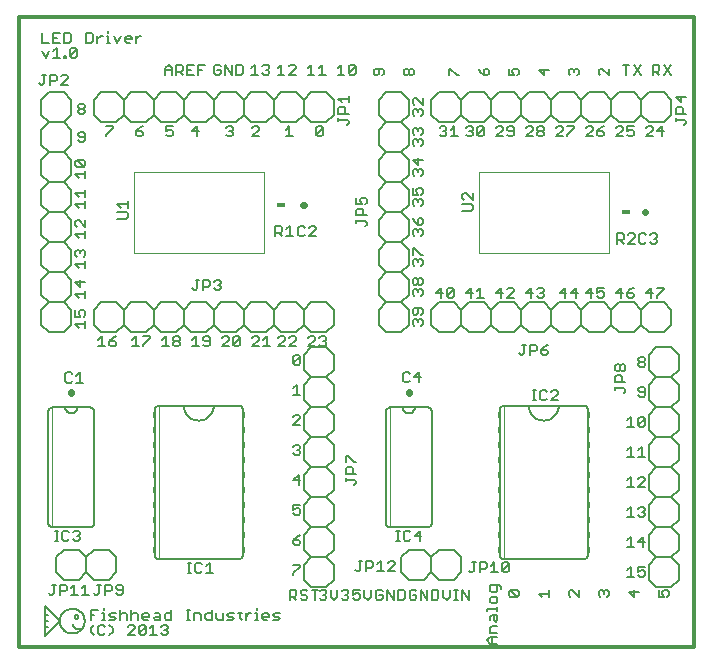
<source format=gto>
G75*
%MOIN*%
%OFA0B0*%
%FSLAX24Y24*%
%IPPOS*%
%LPD*%
%AMOC8*
5,1,8,0,0,1.08239X$1,22.5*
%
%ADD10C,0.0120*%
%ADD11C,0.0060*%
%ADD12C,0.0020*%
%ADD13R,0.0050X0.0200*%
%ADD14C,0.0040*%
%ADD15C,0.0050*%
%ADD16C,0.0080*%
%ADD17C,0.0220*%
%ADD18R,0.0300X0.0180*%
D10*
X006252Y000160D02*
X006252Y021156D01*
X028747Y021156D01*
X028747Y000160D01*
X006252Y000160D01*
D11*
X007309Y001910D02*
X007366Y001910D01*
X007423Y001967D01*
X007423Y002250D01*
X007479Y002250D02*
X007366Y002250D01*
X007621Y002250D02*
X007791Y002250D01*
X007848Y002194D01*
X007848Y002080D01*
X007791Y002023D01*
X007621Y002023D01*
X007621Y001910D02*
X007621Y002250D01*
X007989Y002137D02*
X008102Y002250D01*
X008102Y001910D01*
X007989Y001910D02*
X008216Y001910D01*
X008357Y001910D02*
X008584Y001910D01*
X008471Y001910D02*
X008471Y002250D01*
X008357Y002137D01*
X008752Y001967D02*
X008809Y001910D01*
X008866Y001910D01*
X008923Y001967D01*
X008923Y002250D01*
X008979Y002250D02*
X008866Y002250D01*
X009121Y002250D02*
X009291Y002250D01*
X009348Y002194D01*
X009348Y002080D01*
X009291Y002023D01*
X009121Y002023D01*
X009121Y001910D02*
X009121Y002250D01*
X009489Y002194D02*
X009489Y002137D01*
X009546Y002080D01*
X009716Y002080D01*
X009716Y001967D02*
X009716Y002194D01*
X009659Y002250D01*
X009546Y002250D01*
X009489Y002194D01*
X009489Y001967D02*
X009546Y001910D01*
X009659Y001910D01*
X009716Y001967D01*
X009640Y001405D02*
X009640Y001065D01*
X009498Y001122D02*
X009441Y001178D01*
X009328Y001178D01*
X009271Y001235D01*
X009328Y001292D01*
X009498Y001292D01*
X009640Y001235D02*
X009696Y001292D01*
X009810Y001292D01*
X009866Y001235D01*
X009866Y001065D01*
X010008Y001065D02*
X010008Y001405D01*
X010065Y001292D02*
X010178Y001292D01*
X010235Y001235D01*
X010235Y001065D01*
X010376Y001122D02*
X010433Y001065D01*
X010546Y001065D01*
X010603Y001178D02*
X010376Y001178D01*
X010376Y001122D02*
X010376Y001235D01*
X010433Y001292D01*
X010546Y001292D01*
X010603Y001235D01*
X010603Y001178D01*
X010744Y001122D02*
X010801Y001178D01*
X010971Y001178D01*
X010971Y001235D02*
X010971Y001065D01*
X010801Y001065D01*
X010744Y001122D01*
X010801Y001292D02*
X010915Y001292D01*
X010971Y001235D01*
X011113Y001235D02*
X011170Y001292D01*
X011340Y001292D01*
X011340Y001405D02*
X011340Y001065D01*
X011170Y001065D01*
X011113Y001122D01*
X011113Y001235D01*
X011160Y000905D02*
X011047Y000905D01*
X010990Y000849D01*
X011103Y000735D02*
X011160Y000735D01*
X011217Y000678D01*
X011217Y000622D01*
X011160Y000565D01*
X011047Y000565D01*
X010990Y000622D01*
X010849Y000565D02*
X010622Y000565D01*
X010735Y000565D02*
X010735Y000905D01*
X010622Y000792D01*
X010480Y000849D02*
X010253Y000622D01*
X010310Y000565D01*
X010424Y000565D01*
X010480Y000622D01*
X010480Y000849D01*
X010424Y000905D01*
X010310Y000905D01*
X010253Y000849D01*
X010253Y000622D01*
X010112Y000565D02*
X009885Y000565D01*
X010112Y000792D01*
X010112Y000849D01*
X010055Y000905D01*
X009942Y000905D01*
X009885Y000849D01*
X010008Y001235D02*
X010065Y001292D01*
X009498Y001122D02*
X009441Y001065D01*
X009271Y001065D01*
X009139Y001065D02*
X009026Y001065D01*
X009082Y001065D02*
X009082Y001292D01*
X009026Y001292D01*
X009082Y001405D02*
X009082Y001462D01*
X008884Y001405D02*
X008657Y001405D01*
X008657Y001065D01*
X008657Y001235D02*
X008771Y001235D01*
X008771Y000905D02*
X008657Y000792D01*
X008657Y000678D01*
X008771Y000565D01*
X008903Y000622D02*
X008960Y000565D01*
X009073Y000565D01*
X009130Y000622D01*
X009271Y000565D02*
X009385Y000678D01*
X009385Y000792D01*
X009271Y000905D01*
X009130Y000849D02*
X009073Y000905D01*
X008960Y000905D01*
X008903Y000849D01*
X008903Y000622D01*
X007309Y001910D02*
X007252Y001967D01*
X007457Y003715D02*
X007571Y003715D01*
X007514Y003715D02*
X007514Y004055D01*
X007457Y004055D02*
X007571Y004055D01*
X007703Y003999D02*
X007703Y003772D01*
X007760Y003715D01*
X007873Y003715D01*
X007930Y003772D01*
X008071Y003772D02*
X008128Y003715D01*
X008241Y003715D01*
X008298Y003772D01*
X008298Y003828D01*
X008241Y003885D01*
X008185Y003885D01*
X008241Y003885D02*
X008298Y003942D01*
X008298Y003999D01*
X008241Y004055D01*
X008128Y004055D01*
X008071Y003999D01*
X007930Y003999D02*
X007873Y004055D01*
X007760Y004055D01*
X007703Y003999D01*
X007382Y004160D02*
X008622Y004160D01*
X008645Y004162D01*
X008668Y004167D01*
X008690Y004176D01*
X008710Y004189D01*
X008728Y004204D01*
X008743Y004222D01*
X008756Y004242D01*
X008765Y004264D01*
X008770Y004287D01*
X008772Y004310D01*
X008772Y008010D01*
X008770Y008033D01*
X008765Y008056D01*
X008756Y008078D01*
X008743Y008098D01*
X008728Y008116D01*
X008710Y008131D01*
X008690Y008144D01*
X008668Y008153D01*
X008645Y008158D01*
X008622Y008160D01*
X008202Y008160D01*
X007802Y008160D01*
X007382Y008160D01*
X007359Y008158D01*
X007336Y008153D01*
X007314Y008144D01*
X007294Y008131D01*
X007276Y008116D01*
X007261Y008098D01*
X007248Y008078D01*
X007239Y008056D01*
X007234Y008033D01*
X007232Y008010D01*
X007232Y004310D01*
X007234Y004287D01*
X007239Y004264D01*
X007248Y004242D01*
X007261Y004222D01*
X007276Y004204D01*
X007294Y004189D01*
X007314Y004176D01*
X007336Y004167D01*
X007359Y004162D01*
X007382Y004160D01*
X010782Y003250D02*
X010782Y008070D01*
X010784Y008093D01*
X010789Y008116D01*
X010798Y008138D01*
X010811Y008158D01*
X010826Y008176D01*
X010844Y008191D01*
X010864Y008204D01*
X010886Y008213D01*
X010909Y008218D01*
X010932Y008220D01*
X013572Y008220D01*
X013595Y008218D01*
X013618Y008213D01*
X013640Y008204D01*
X013660Y008191D01*
X013678Y008176D01*
X013693Y008158D01*
X013706Y008138D01*
X013715Y008116D01*
X013720Y008093D01*
X013722Y008070D01*
X013722Y003250D01*
X013720Y003227D01*
X013715Y003204D01*
X013706Y003182D01*
X013693Y003162D01*
X013678Y003144D01*
X013660Y003129D01*
X013640Y003116D01*
X013618Y003107D01*
X013595Y003102D01*
X013572Y003100D01*
X010932Y003100D01*
X010909Y003102D01*
X010886Y003107D01*
X010864Y003116D01*
X010844Y003129D01*
X010826Y003144D01*
X010811Y003162D01*
X010798Y003182D01*
X010789Y003204D01*
X010784Y003227D01*
X010782Y003250D01*
X011882Y002980D02*
X011996Y002980D01*
X011939Y002980D02*
X011939Y002640D01*
X011882Y002640D02*
X011996Y002640D01*
X012128Y002697D02*
X012185Y002640D01*
X012298Y002640D01*
X012355Y002697D01*
X012496Y002640D02*
X012723Y002640D01*
X012610Y002640D02*
X012610Y002980D01*
X012496Y002867D01*
X012355Y002924D02*
X012298Y002980D01*
X012185Y002980D01*
X012128Y002924D01*
X012128Y002697D01*
X011963Y001405D02*
X011849Y001405D01*
X011906Y001405D02*
X011906Y001065D01*
X011849Y001065D02*
X011963Y001065D01*
X012095Y001065D02*
X012095Y001292D01*
X012265Y001292D01*
X012322Y001235D01*
X012322Y001065D01*
X012463Y001122D02*
X012520Y001065D01*
X012690Y001065D01*
X012690Y001405D01*
X012690Y001292D02*
X012520Y001292D01*
X012463Y001235D01*
X012463Y001122D01*
X012832Y001122D02*
X012888Y001065D01*
X013058Y001065D01*
X013058Y001292D01*
X013200Y001235D02*
X013257Y001292D01*
X013427Y001292D01*
X013370Y001178D02*
X013257Y001178D01*
X013200Y001235D01*
X013200Y001065D02*
X013370Y001065D01*
X013427Y001122D01*
X013370Y001178D01*
X013568Y001292D02*
X013682Y001292D01*
X013625Y001349D02*
X013625Y001122D01*
X013682Y001065D01*
X013814Y001065D02*
X013814Y001292D01*
X013927Y001292D02*
X013984Y001292D01*
X013927Y001292D02*
X013814Y001178D01*
X014121Y001065D02*
X014234Y001065D01*
X014177Y001065D02*
X014177Y001292D01*
X014121Y001292D01*
X014177Y001405D02*
X014177Y001462D01*
X014366Y001235D02*
X014423Y001292D01*
X014536Y001292D01*
X014593Y001235D01*
X014593Y001178D01*
X014366Y001178D01*
X014366Y001122D02*
X014366Y001235D01*
X014366Y001122D02*
X014423Y001065D01*
X014536Y001065D01*
X014735Y001065D02*
X014905Y001065D01*
X014961Y001122D01*
X014905Y001178D01*
X014791Y001178D01*
X014735Y001235D01*
X014791Y001292D01*
X014961Y001292D01*
X015277Y001740D02*
X015277Y002080D01*
X015448Y002080D01*
X015504Y002024D01*
X015504Y001910D01*
X015448Y001853D01*
X015277Y001853D01*
X015391Y001853D02*
X015504Y001740D01*
X015646Y001797D02*
X015702Y001740D01*
X015816Y001740D01*
X015873Y001797D01*
X015873Y001853D01*
X015816Y001910D01*
X015702Y001910D01*
X015646Y001967D01*
X015646Y002024D01*
X015702Y002080D01*
X015816Y002080D01*
X015873Y002024D01*
X016014Y002080D02*
X016241Y002080D01*
X016277Y002024D02*
X016334Y002080D01*
X016448Y002080D01*
X016504Y002024D01*
X016504Y001967D01*
X016448Y001910D01*
X016504Y001853D01*
X016504Y001797D01*
X016448Y001740D01*
X016334Y001740D01*
X016277Y001797D01*
X016127Y001740D02*
X016127Y002080D01*
X016002Y002160D02*
X015752Y002410D01*
X015752Y002910D01*
X016002Y003160D01*
X015752Y003410D01*
X015752Y003910D01*
X016002Y004160D01*
X015752Y004410D01*
X015752Y004910D01*
X016002Y005160D01*
X015752Y005410D01*
X015752Y005910D01*
X016002Y006160D01*
X015752Y006410D01*
X015752Y006910D01*
X016002Y007160D01*
X015752Y007410D01*
X015752Y007910D01*
X016002Y008160D01*
X015752Y008410D01*
X015752Y008910D01*
X016002Y009160D01*
X015752Y009410D01*
X015752Y009910D01*
X016002Y010160D01*
X016502Y010160D01*
X016752Y009910D01*
X016752Y009410D01*
X016502Y009160D01*
X016752Y008910D01*
X016752Y008410D01*
X016502Y008160D01*
X016002Y008160D01*
X015634Y007849D02*
X015578Y007905D01*
X015464Y007905D01*
X015407Y007849D01*
X015634Y007849D02*
X015634Y007792D01*
X015407Y007565D01*
X015634Y007565D01*
X016002Y007160D02*
X016502Y007160D01*
X016752Y006910D01*
X016752Y006410D01*
X016502Y006160D01*
X016752Y005910D01*
X016752Y005410D01*
X016502Y005160D01*
X016002Y005160D01*
X015634Y004905D02*
X015407Y004905D01*
X015407Y004735D01*
X015521Y004792D01*
X015578Y004792D01*
X015634Y004735D01*
X015634Y004622D01*
X015578Y004565D01*
X015464Y004565D01*
X015407Y004622D01*
X016002Y004160D02*
X016502Y004160D01*
X016752Y003910D01*
X016752Y003410D01*
X016502Y003160D01*
X016752Y002910D01*
X016752Y002410D01*
X016502Y002160D01*
X016002Y002160D01*
X016391Y001910D02*
X016448Y001910D01*
X016646Y001853D02*
X016759Y001740D01*
X016873Y001853D01*
X016873Y002080D01*
X017014Y002024D02*
X017071Y002080D01*
X017184Y002080D01*
X017241Y002024D01*
X017241Y001967D01*
X017184Y001910D01*
X017241Y001853D01*
X017241Y001797D01*
X017184Y001740D01*
X017071Y001740D01*
X017014Y001797D01*
X017127Y001910D02*
X017184Y001910D01*
X017396Y001910D02*
X017509Y001967D01*
X017566Y001967D01*
X017623Y001910D01*
X017623Y001797D01*
X017566Y001740D01*
X017452Y001740D01*
X017396Y001797D01*
X017396Y001910D02*
X017396Y002080D01*
X017623Y002080D01*
X017764Y002080D02*
X017764Y001853D01*
X017877Y001740D01*
X017991Y001853D01*
X017991Y002080D01*
X018152Y002024D02*
X018152Y001797D01*
X018209Y001740D01*
X018323Y001740D01*
X018379Y001797D01*
X018379Y001910D01*
X018266Y001910D01*
X018379Y002024D02*
X018323Y002080D01*
X018209Y002080D01*
X018152Y002024D01*
X018521Y002080D02*
X018521Y001740D01*
X018748Y001740D02*
X018521Y002080D01*
X018748Y002080D02*
X018748Y001740D01*
X018889Y001740D02*
X018889Y002080D01*
X019059Y002080D01*
X019116Y002024D01*
X019116Y001797D01*
X019059Y001740D01*
X018889Y001740D01*
X019277Y001797D02*
X019277Y002024D01*
X019334Y002080D01*
X019448Y002080D01*
X019504Y002024D01*
X019504Y001910D02*
X019391Y001910D01*
X019504Y001910D02*
X019504Y001797D01*
X019448Y001740D01*
X019334Y001740D01*
X019277Y001797D01*
X019646Y001740D02*
X019646Y002080D01*
X019873Y001740D01*
X019873Y002080D01*
X020014Y002080D02*
X020184Y002080D01*
X020241Y002024D01*
X020241Y001797D01*
X020184Y001740D01*
X020014Y001740D01*
X020014Y002080D01*
X020405Y002080D02*
X020405Y001853D01*
X020519Y001740D01*
X020632Y001853D01*
X020632Y002080D01*
X020774Y002080D02*
X020887Y002080D01*
X020830Y002080D02*
X020830Y001740D01*
X020774Y001740D02*
X020887Y001740D01*
X021019Y001740D02*
X021019Y002080D01*
X021246Y001740D01*
X021246Y002080D01*
X021976Y002053D02*
X022032Y001997D01*
X022146Y001997D01*
X022202Y002053D01*
X022202Y002224D01*
X022259Y002224D02*
X021976Y002224D01*
X021976Y002053D01*
X022032Y001855D02*
X021976Y001799D01*
X021976Y001685D01*
X022032Y001628D01*
X022146Y001628D01*
X022202Y001685D01*
X022202Y001799D01*
X022146Y001855D01*
X022032Y001855D01*
X022316Y002110D02*
X022316Y002167D01*
X022259Y002224D01*
X022582Y002005D02*
X022639Y002062D01*
X022866Y001835D01*
X022922Y001892D01*
X022922Y002005D01*
X022866Y002062D01*
X022639Y002062D01*
X022582Y002005D02*
X022582Y001892D01*
X022639Y001835D01*
X022866Y001835D01*
X023582Y001948D02*
X023922Y001948D01*
X023922Y001835D02*
X023922Y002062D01*
X023696Y001835D02*
X023582Y001948D01*
X024582Y001892D02*
X024639Y001835D01*
X024582Y001892D02*
X024582Y002005D01*
X024639Y002062D01*
X024696Y002062D01*
X024922Y001835D01*
X024922Y002062D01*
X025582Y002005D02*
X025582Y001892D01*
X025639Y001835D01*
X025752Y001948D02*
X025752Y002005D01*
X025809Y002062D01*
X025866Y002062D01*
X025922Y002005D01*
X025922Y001892D01*
X025866Y001835D01*
X025752Y002005D02*
X025696Y002062D01*
X025639Y002062D01*
X025582Y002005D01*
X026582Y002005D02*
X026752Y001835D01*
X026752Y002062D01*
X026922Y002005D02*
X026582Y002005D01*
X026532Y002503D02*
X026759Y002503D01*
X026646Y002503D02*
X026646Y002843D01*
X026532Y002729D01*
X026901Y002673D02*
X026901Y002843D01*
X027128Y002843D01*
X027071Y002729D02*
X027128Y002673D01*
X027128Y002559D01*
X027071Y002503D01*
X026957Y002503D01*
X026901Y002559D01*
X026901Y002673D02*
X027014Y002729D01*
X027071Y002729D01*
X027252Y002910D02*
X027252Y002410D01*
X027502Y002160D01*
X028002Y002160D01*
X028252Y002410D01*
X028252Y002910D01*
X028002Y003160D01*
X027502Y003160D01*
X027252Y002910D01*
X027502Y003160D02*
X027252Y003410D01*
X027252Y003910D01*
X027502Y004160D01*
X027252Y004410D01*
X027252Y004910D01*
X027502Y005160D01*
X027252Y005410D01*
X027252Y005910D01*
X027502Y006160D01*
X027252Y006410D01*
X027252Y006910D01*
X027502Y007160D01*
X027252Y007410D01*
X027252Y007910D01*
X027502Y008160D01*
X027252Y008410D01*
X027252Y008910D01*
X027502Y009160D01*
X027252Y009410D01*
X027252Y009910D01*
X027502Y010160D01*
X028002Y010160D01*
X028252Y009910D01*
X028252Y009410D01*
X028002Y009160D01*
X028252Y008910D01*
X028252Y008410D01*
X028002Y008160D01*
X027502Y008160D01*
X027128Y007786D02*
X027071Y007843D01*
X026957Y007843D01*
X026901Y007786D01*
X026901Y007559D01*
X027128Y007786D01*
X027128Y007559D01*
X027071Y007503D01*
X026957Y007503D01*
X026901Y007559D01*
X026759Y007503D02*
X026532Y007503D01*
X026646Y007503D02*
X026646Y007843D01*
X026532Y007729D01*
X027502Y007160D02*
X028002Y007160D01*
X028252Y006910D01*
X028252Y006410D01*
X028002Y006160D01*
X028252Y005910D01*
X028252Y005410D01*
X028002Y005160D01*
X027502Y005160D01*
X027128Y004786D02*
X027128Y004729D01*
X027071Y004673D01*
X027128Y004616D01*
X027128Y004559D01*
X027071Y004503D01*
X026957Y004503D01*
X026901Y004559D01*
X026759Y004503D02*
X026532Y004503D01*
X026646Y004503D02*
X026646Y004843D01*
X026532Y004729D01*
X026901Y004786D02*
X026957Y004843D01*
X027071Y004843D01*
X027128Y004786D01*
X027071Y004673D02*
X027014Y004673D01*
X027502Y004160D02*
X028002Y004160D01*
X028252Y003910D01*
X028252Y003410D01*
X028002Y003160D01*
X027071Y003503D02*
X027071Y003843D01*
X026901Y003673D01*
X027128Y003673D01*
X026759Y003503D02*
X026532Y003503D01*
X026646Y003503D02*
X026646Y003843D01*
X026532Y003729D01*
X025222Y003250D02*
X025222Y008070D01*
X025220Y008093D01*
X025215Y008116D01*
X025206Y008138D01*
X025193Y008158D01*
X025178Y008176D01*
X025160Y008191D01*
X025140Y008204D01*
X025118Y008213D01*
X025095Y008218D01*
X025072Y008220D01*
X022432Y008220D01*
X022409Y008218D01*
X022386Y008213D01*
X022364Y008204D01*
X022344Y008191D01*
X022326Y008176D01*
X022311Y008158D01*
X022298Y008138D01*
X022289Y008116D01*
X022284Y008093D01*
X022282Y008070D01*
X022282Y003250D01*
X022284Y003227D01*
X022289Y003204D01*
X022298Y003182D01*
X022311Y003162D01*
X022326Y003144D01*
X022344Y003129D01*
X022364Y003116D01*
X022386Y003107D01*
X022409Y003102D01*
X022432Y003100D01*
X025072Y003100D01*
X025095Y003102D01*
X025118Y003107D01*
X025140Y003116D01*
X025160Y003129D01*
X025178Y003144D01*
X025193Y003162D01*
X025206Y003182D01*
X025215Y003204D01*
X025220Y003227D01*
X025222Y003250D01*
X027582Y002062D02*
X027582Y001835D01*
X027752Y001835D01*
X027696Y001948D01*
X027696Y002005D01*
X027752Y002062D01*
X027866Y002062D01*
X027922Y002005D01*
X027922Y001892D01*
X027866Y001835D01*
X028002Y004160D02*
X028252Y004410D01*
X028252Y004910D01*
X028002Y005160D01*
X027128Y005503D02*
X026901Y005503D01*
X027128Y005729D01*
X027128Y005786D01*
X027071Y005843D01*
X026957Y005843D01*
X026901Y005786D01*
X026646Y005843D02*
X026646Y005503D01*
X026759Y005503D02*
X026532Y005503D01*
X026532Y005729D02*
X026646Y005843D01*
X027502Y006160D02*
X028002Y006160D01*
X027128Y006503D02*
X026901Y006503D01*
X027014Y006503D02*
X027014Y006843D01*
X026901Y006729D01*
X026759Y006503D02*
X026532Y006503D01*
X026646Y006503D02*
X026646Y006843D01*
X026532Y006729D01*
X028002Y007160D02*
X028252Y007410D01*
X028252Y007910D01*
X028002Y008160D01*
X027134Y008559D02*
X027134Y008786D01*
X027078Y008843D01*
X026964Y008843D01*
X026907Y008786D01*
X026907Y008729D01*
X026964Y008673D01*
X027134Y008673D01*
X027134Y008559D02*
X027078Y008503D01*
X026964Y008503D01*
X026907Y008559D01*
X026472Y008684D02*
X026472Y008741D01*
X026416Y008798D01*
X026132Y008798D01*
X026132Y008854D02*
X026132Y008741D01*
X026132Y008996D02*
X026132Y009166D01*
X026189Y009223D01*
X026302Y009223D01*
X026359Y009166D01*
X026359Y008996D01*
X026472Y008996D02*
X026132Y008996D01*
X026472Y008684D02*
X026416Y008628D01*
X027502Y009160D02*
X028002Y009160D01*
X027134Y009559D02*
X027078Y009503D01*
X026964Y009503D01*
X026907Y009559D01*
X026907Y009616D01*
X026964Y009673D01*
X027078Y009673D01*
X027134Y009616D01*
X027134Y009559D01*
X027078Y009673D02*
X027134Y009729D01*
X027134Y009786D01*
X027078Y009843D01*
X026964Y009843D01*
X026907Y009786D01*
X026907Y009729D01*
X026964Y009673D01*
X026472Y009534D02*
X026472Y009421D01*
X026416Y009364D01*
X026359Y009364D01*
X026302Y009421D01*
X026302Y009534D01*
X026359Y009591D01*
X026416Y009591D01*
X026472Y009534D01*
X026302Y009534D02*
X026246Y009591D01*
X026189Y009591D01*
X026132Y009534D01*
X026132Y009421D01*
X026189Y009364D01*
X026246Y009364D01*
X026302Y009421D01*
X026252Y010660D02*
X026752Y010660D01*
X027002Y010910D01*
X027252Y010660D01*
X027752Y010660D01*
X028002Y010910D01*
X028002Y011410D01*
X027752Y011660D01*
X027252Y011660D01*
X027002Y011410D01*
X027002Y010910D01*
X027002Y011410D02*
X026752Y011660D01*
X026252Y011660D01*
X026002Y011410D01*
X026002Y010910D01*
X026252Y010660D01*
X026002Y010910D02*
X025752Y010660D01*
X025252Y010660D01*
X025002Y010910D01*
X024752Y010660D01*
X024252Y010660D01*
X024002Y010910D01*
X023752Y010660D01*
X023252Y010660D01*
X023002Y010910D01*
X022752Y010660D01*
X022252Y010660D01*
X022002Y010910D01*
X021752Y010660D01*
X021252Y010660D01*
X021002Y010910D01*
X020752Y010660D01*
X020252Y010660D01*
X020002Y010910D01*
X020002Y011410D01*
X020252Y011660D01*
X020752Y011660D01*
X021002Y011410D01*
X021252Y011660D01*
X021752Y011660D01*
X022002Y011410D01*
X022002Y010910D01*
X022002Y011410D02*
X022252Y011660D01*
X022752Y011660D01*
X023002Y011410D01*
X023252Y011660D01*
X023752Y011660D01*
X024002Y011410D01*
X024252Y011660D01*
X024752Y011660D01*
X025002Y011410D01*
X025002Y010910D01*
X025002Y011410D02*
X025252Y011660D01*
X025752Y011660D01*
X026002Y011410D01*
X025696Y011815D02*
X025582Y011815D01*
X025526Y011872D01*
X025526Y011985D02*
X025639Y012042D01*
X025696Y012042D01*
X025753Y011985D01*
X025753Y011872D01*
X025696Y011815D01*
X025526Y011985D02*
X025526Y012155D01*
X025753Y012155D01*
X026157Y011985D02*
X026384Y011985D01*
X026526Y011985D02*
X026696Y011985D01*
X026753Y011928D01*
X026753Y011872D01*
X026696Y011815D01*
X026582Y011815D01*
X026526Y011872D01*
X026526Y011985D01*
X026639Y012099D01*
X026753Y012155D01*
X026328Y012155D02*
X026157Y011985D01*
X026328Y011815D02*
X026328Y012155D01*
X027157Y011985D02*
X027384Y011985D01*
X027328Y011815D02*
X027328Y012155D01*
X027157Y011985D01*
X027526Y011872D02*
X027526Y011815D01*
X027526Y011872D02*
X027753Y012099D01*
X027753Y012155D01*
X027526Y012155D01*
X025384Y011985D02*
X025157Y011985D01*
X025328Y012155D01*
X025328Y011815D01*
X024878Y011985D02*
X024651Y011985D01*
X024821Y012155D01*
X024821Y011815D01*
X024509Y011985D02*
X024282Y011985D01*
X024453Y012155D01*
X024453Y011815D01*
X024002Y011410D02*
X024002Y010910D01*
X023891Y010255D02*
X023777Y010199D01*
X023664Y010085D01*
X023834Y010085D01*
X023891Y010028D01*
X023891Y009972D01*
X023834Y009915D01*
X023721Y009915D01*
X023664Y009972D01*
X023664Y010085D01*
X023523Y010085D02*
X023523Y010199D01*
X023466Y010255D01*
X023296Y010255D01*
X023296Y009915D01*
X023296Y010028D02*
X023466Y010028D01*
X023523Y010085D01*
X023154Y010255D02*
X023041Y010255D01*
X023098Y010255D02*
X023098Y009972D01*
X023041Y009915D01*
X022984Y009915D01*
X022927Y009972D01*
X023002Y010910D02*
X023002Y011410D01*
X022753Y011815D02*
X022526Y011815D01*
X022753Y012042D01*
X022753Y012099D01*
X022696Y012155D01*
X022582Y012155D01*
X022526Y012099D01*
X022384Y011985D02*
X022157Y011985D01*
X022328Y012155D01*
X022328Y011815D01*
X021753Y011815D02*
X021526Y011815D01*
X021639Y011815D02*
X021639Y012155D01*
X021526Y012042D01*
X021384Y011985D02*
X021157Y011985D01*
X021328Y012155D01*
X021328Y011815D01*
X021002Y011410D02*
X021002Y010910D01*
X020696Y011815D02*
X020582Y011815D01*
X020526Y011872D01*
X020753Y012099D01*
X020753Y011872D01*
X020696Y011815D01*
X020526Y011872D02*
X020526Y012099D01*
X020582Y012155D01*
X020696Y012155D01*
X020753Y012099D01*
X020384Y011985D02*
X020157Y011985D01*
X020328Y012155D01*
X020328Y011815D01*
X019722Y011934D02*
X019666Y011878D01*
X019722Y011934D02*
X019722Y012048D01*
X019666Y012104D01*
X019609Y012104D01*
X019552Y012048D01*
X019552Y011991D01*
X019552Y012048D02*
X019496Y012104D01*
X019439Y012104D01*
X019382Y012048D01*
X019382Y011934D01*
X019439Y011878D01*
X019252Y011910D02*
X019002Y011660D01*
X019252Y011410D01*
X019252Y010910D01*
X019002Y010660D01*
X018502Y010660D01*
X018252Y010910D01*
X018252Y011410D01*
X018502Y011660D01*
X018252Y011910D01*
X018252Y012410D01*
X018502Y012660D01*
X018252Y012910D01*
X018252Y013410D01*
X018502Y013660D01*
X018252Y013910D01*
X018252Y014410D01*
X018502Y014660D01*
X018252Y014910D01*
X018252Y015410D01*
X018502Y015660D01*
X018252Y015910D01*
X018252Y016410D01*
X018502Y016660D01*
X018252Y016910D01*
X018252Y017410D01*
X018502Y017660D01*
X018252Y017910D01*
X018252Y018410D01*
X018502Y018660D01*
X019002Y018660D01*
X019252Y018410D01*
X019252Y017910D01*
X019002Y017660D01*
X019252Y017410D01*
X019252Y016910D01*
X019002Y016660D01*
X018502Y016660D01*
X019002Y016660D02*
X019252Y016410D01*
X019252Y015910D01*
X019002Y015660D01*
X019252Y015410D01*
X019252Y014910D01*
X019002Y014660D01*
X019252Y014410D01*
X019252Y013910D01*
X019002Y013660D01*
X018502Y013660D01*
X019002Y013660D02*
X019252Y013410D01*
X019252Y012910D01*
X019002Y012660D01*
X019252Y012410D01*
X019252Y011910D01*
X019002Y011660D02*
X018502Y011660D01*
X019382Y011416D02*
X019382Y011303D01*
X019439Y011246D01*
X019496Y011246D01*
X019552Y011303D01*
X019552Y011473D01*
X019439Y011473D02*
X019382Y011416D01*
X019439Y011473D02*
X019666Y011473D01*
X019722Y011416D01*
X019722Y011303D01*
X019666Y011246D01*
X019666Y011104D02*
X019722Y011048D01*
X019722Y010934D01*
X019666Y010878D01*
X019552Y010991D02*
X019552Y011048D01*
X019609Y011104D01*
X019666Y011104D01*
X019552Y011048D02*
X019496Y011104D01*
X019439Y011104D01*
X019382Y011048D01*
X019382Y010934D01*
X019439Y010878D01*
X019439Y012246D02*
X019382Y012303D01*
X019382Y012416D01*
X019439Y012473D01*
X019496Y012473D01*
X019552Y012416D01*
X019552Y012303D01*
X019496Y012246D01*
X019439Y012246D01*
X019552Y012303D02*
X019609Y012246D01*
X019666Y012246D01*
X019722Y012303D01*
X019722Y012416D01*
X019666Y012473D01*
X019609Y012473D01*
X019552Y012416D01*
X019439Y012878D02*
X019382Y012934D01*
X019382Y013048D01*
X019439Y013104D01*
X019496Y013104D01*
X019552Y013048D01*
X019609Y013104D01*
X019666Y013104D01*
X019722Y013048D01*
X019722Y012934D01*
X019666Y012878D01*
X019552Y012991D02*
X019552Y013048D01*
X019666Y013246D02*
X019722Y013246D01*
X019666Y013246D02*
X019439Y013473D01*
X019382Y013473D01*
X019382Y013246D01*
X019439Y013878D02*
X019382Y013934D01*
X019382Y014048D01*
X019439Y014104D01*
X019496Y014104D01*
X019552Y014048D01*
X019609Y014104D01*
X019666Y014104D01*
X019722Y014048D01*
X019722Y013934D01*
X019666Y013878D01*
X019552Y013991D02*
X019552Y014048D01*
X019552Y014246D02*
X019552Y014416D01*
X019609Y014473D01*
X019666Y014473D01*
X019722Y014416D01*
X019722Y014303D01*
X019666Y014246D01*
X019552Y014246D01*
X019439Y014359D01*
X019382Y014473D01*
X019002Y014660D02*
X018502Y014660D01*
X017847Y014558D02*
X017507Y014558D01*
X017507Y014728D01*
X017564Y014785D01*
X017677Y014785D01*
X017734Y014728D01*
X017734Y014558D01*
X017791Y014360D02*
X017507Y014360D01*
X017507Y014303D02*
X017507Y014417D01*
X017791Y014360D02*
X017847Y014303D01*
X017847Y014247D01*
X017791Y014190D01*
X017791Y014927D02*
X017847Y014983D01*
X017847Y015097D01*
X017791Y015153D01*
X017677Y015153D01*
X017621Y015097D01*
X017621Y015040D01*
X017677Y014927D01*
X017507Y014927D01*
X017507Y015153D01*
X018502Y015660D02*
X019002Y015660D01*
X019382Y015473D02*
X019382Y015246D01*
X019552Y015246D01*
X019496Y015359D01*
X019496Y015416D01*
X019552Y015473D01*
X019666Y015473D01*
X019722Y015416D01*
X019722Y015303D01*
X019666Y015246D01*
X019666Y015104D02*
X019722Y015048D01*
X019722Y014934D01*
X019666Y014878D01*
X019552Y014991D02*
X019552Y015048D01*
X019609Y015104D01*
X019666Y015104D01*
X019552Y015048D02*
X019496Y015104D01*
X019439Y015104D01*
X019382Y015048D01*
X019382Y014934D01*
X019439Y014878D01*
X019439Y015878D02*
X019382Y015934D01*
X019382Y016048D01*
X019439Y016104D01*
X019496Y016104D01*
X019552Y016048D01*
X019609Y016104D01*
X019666Y016104D01*
X019722Y016048D01*
X019722Y015934D01*
X019666Y015878D01*
X019552Y015991D02*
X019552Y016048D01*
X019552Y016246D02*
X019382Y016416D01*
X019722Y016416D01*
X019552Y016473D02*
X019552Y016246D01*
X019439Y016878D02*
X019382Y016934D01*
X019382Y017048D01*
X019439Y017104D01*
X019496Y017104D01*
X019552Y017048D01*
X019609Y017104D01*
X019666Y017104D01*
X019722Y017048D01*
X019722Y016934D01*
X019666Y016878D01*
X019552Y016991D02*
X019552Y017048D01*
X019439Y017246D02*
X019382Y017303D01*
X019382Y017416D01*
X019439Y017473D01*
X019496Y017473D01*
X019552Y017416D01*
X019609Y017473D01*
X019666Y017473D01*
X019722Y017416D01*
X019722Y017303D01*
X019666Y017246D01*
X019552Y017359D02*
X019552Y017416D01*
X019439Y017878D02*
X019382Y017934D01*
X019382Y018048D01*
X019439Y018104D01*
X019496Y018104D01*
X019552Y018048D01*
X019609Y018104D01*
X019666Y018104D01*
X019722Y018048D01*
X019722Y017934D01*
X019666Y017878D01*
X019552Y017991D02*
X019552Y018048D01*
X019439Y018246D02*
X019382Y018303D01*
X019382Y018416D01*
X019439Y018473D01*
X019496Y018473D01*
X019722Y018246D01*
X019722Y018473D01*
X020002Y018410D02*
X020252Y018660D01*
X020752Y018660D01*
X021002Y018410D01*
X021252Y018660D01*
X021752Y018660D01*
X022002Y018410D01*
X022252Y018660D01*
X022752Y018660D01*
X023002Y018410D01*
X023252Y018660D01*
X023752Y018660D01*
X024002Y018410D01*
X024252Y018660D01*
X024752Y018660D01*
X025002Y018410D01*
X025252Y018660D01*
X025752Y018660D01*
X026002Y018410D01*
X026252Y018660D01*
X026752Y018660D01*
X027002Y018410D01*
X027252Y018660D01*
X027752Y018660D01*
X028002Y018410D01*
X028002Y017910D01*
X027752Y017660D01*
X027252Y017660D01*
X027002Y017910D01*
X026752Y017660D01*
X026252Y017660D01*
X026002Y017910D01*
X026002Y018410D01*
X026002Y017910D02*
X025752Y017660D01*
X025252Y017660D01*
X025002Y017910D01*
X024752Y017660D01*
X024252Y017660D01*
X024002Y017910D01*
X023752Y017660D01*
X023252Y017660D01*
X023002Y017910D01*
X023002Y018410D01*
X023002Y017910D02*
X022752Y017660D01*
X022252Y017660D01*
X022002Y017910D01*
X021752Y017660D01*
X021252Y017660D01*
X021002Y017910D01*
X020752Y017660D01*
X020252Y017660D01*
X020002Y017910D01*
X020002Y018410D01*
X019002Y017660D02*
X018502Y017660D01*
X017247Y017642D02*
X017247Y017698D01*
X017191Y017755D01*
X016907Y017755D01*
X016907Y017698D02*
X016907Y017812D01*
X016907Y017953D02*
X016907Y018124D01*
X016964Y018180D01*
X017077Y018180D01*
X017134Y018124D01*
X017134Y017953D01*
X017247Y017953D02*
X016907Y017953D01*
X016752Y017910D02*
X016502Y017660D01*
X016002Y017660D01*
X015752Y017910D01*
X015502Y017660D01*
X015002Y017660D01*
X014752Y017910D01*
X014752Y018410D01*
X015002Y018660D01*
X015502Y018660D01*
X015752Y018410D01*
X016002Y018660D01*
X016502Y018660D01*
X016752Y018410D01*
X016752Y017910D01*
X017191Y017585D02*
X017247Y017642D01*
X017247Y018322D02*
X017247Y018549D01*
X017247Y018435D02*
X016907Y018435D01*
X017021Y018322D01*
X016996Y019240D02*
X016996Y019580D01*
X016882Y019467D01*
X016882Y019240D02*
X017109Y019240D01*
X017251Y019297D02*
X017307Y019240D01*
X017421Y019240D01*
X017478Y019297D01*
X017478Y019524D01*
X017251Y019297D01*
X017251Y019524D01*
X017307Y019580D01*
X017421Y019580D01*
X017478Y019524D01*
X018082Y019392D02*
X018082Y019278D01*
X018139Y019222D01*
X018196Y019222D01*
X018252Y019278D01*
X018252Y019449D01*
X018139Y019449D02*
X018366Y019449D01*
X018422Y019392D01*
X018422Y019278D01*
X018366Y019222D01*
X018139Y019449D02*
X018082Y019392D01*
X019082Y019392D02*
X019139Y019449D01*
X019196Y019449D01*
X019252Y019392D01*
X019252Y019278D01*
X019196Y019222D01*
X019139Y019222D01*
X019082Y019278D01*
X019082Y019392D01*
X019252Y019392D02*
X019309Y019449D01*
X019366Y019449D01*
X019422Y019392D01*
X019422Y019278D01*
X019366Y019222D01*
X019309Y019222D01*
X019252Y019278D01*
X020582Y019222D02*
X020582Y019449D01*
X020639Y019449D01*
X020866Y019222D01*
X020922Y019222D01*
X021582Y019449D02*
X021639Y019335D01*
X021752Y019222D01*
X021752Y019392D01*
X021809Y019449D01*
X021866Y019449D01*
X021922Y019392D01*
X021922Y019278D01*
X021866Y019222D01*
X021752Y019222D01*
X022582Y019222D02*
X022752Y019222D01*
X022696Y019335D01*
X022696Y019392D01*
X022752Y019449D01*
X022866Y019449D01*
X022922Y019392D01*
X022922Y019278D01*
X022866Y019222D01*
X022582Y019222D02*
X022582Y019449D01*
X023582Y019392D02*
X023752Y019222D01*
X023752Y019449D01*
X023922Y019392D02*
X023582Y019392D01*
X024582Y019392D02*
X024639Y019449D01*
X024696Y019449D01*
X024752Y019392D01*
X024809Y019449D01*
X024866Y019449D01*
X024922Y019392D01*
X024922Y019278D01*
X024866Y019222D01*
X024752Y019335D02*
X024752Y019392D01*
X024582Y019392D02*
X024582Y019278D01*
X024639Y019222D01*
X025582Y019278D02*
X025639Y019222D01*
X025582Y019278D02*
X025582Y019392D01*
X025639Y019449D01*
X025696Y019449D01*
X025922Y019222D01*
X025922Y019449D01*
X026382Y019580D02*
X026609Y019580D01*
X026496Y019580D02*
X026496Y019240D01*
X026751Y019240D02*
X026978Y019580D01*
X026751Y019580D02*
X026978Y019240D01*
X027382Y019240D02*
X027382Y019580D01*
X027553Y019580D01*
X027609Y019524D01*
X027609Y019410D01*
X027553Y019353D01*
X027382Y019353D01*
X027496Y019353D02*
X027609Y019240D01*
X027751Y019240D02*
X027978Y019580D01*
X027751Y019580D02*
X027978Y019240D01*
X028157Y018492D02*
X028327Y018322D01*
X028327Y018549D01*
X028497Y018492D02*
X028157Y018492D01*
X028214Y018180D02*
X028327Y018180D01*
X028384Y018124D01*
X028384Y017953D01*
X028497Y017953D02*
X028157Y017953D01*
X028157Y018124D01*
X028214Y018180D01*
X028157Y017812D02*
X028157Y017698D01*
X028157Y017755D02*
X028441Y017755D01*
X028497Y017698D01*
X028497Y017642D01*
X028441Y017585D01*
X027753Y017360D02*
X027526Y017360D01*
X027696Y017530D01*
X027696Y017190D01*
X027384Y017190D02*
X027157Y017190D01*
X027384Y017417D01*
X027384Y017474D01*
X027328Y017530D01*
X027214Y017530D01*
X027157Y017474D01*
X026753Y017530D02*
X026526Y017530D01*
X026526Y017360D01*
X026639Y017417D01*
X026696Y017417D01*
X026753Y017360D01*
X026753Y017247D01*
X026696Y017190D01*
X026582Y017190D01*
X026526Y017247D01*
X026384Y017190D02*
X026157Y017190D01*
X026384Y017417D01*
X026384Y017474D01*
X026328Y017530D01*
X026214Y017530D01*
X026157Y017474D01*
X025753Y017530D02*
X025639Y017474D01*
X025526Y017360D01*
X025696Y017360D01*
X025753Y017303D01*
X025753Y017247D01*
X025696Y017190D01*
X025582Y017190D01*
X025526Y017247D01*
X025526Y017360D01*
X025384Y017417D02*
X025157Y017190D01*
X025384Y017190D01*
X025384Y017417D02*
X025384Y017474D01*
X025328Y017530D01*
X025214Y017530D01*
X025157Y017474D01*
X024753Y017474D02*
X024526Y017247D01*
X024526Y017190D01*
X024384Y017190D02*
X024157Y017190D01*
X024384Y017417D01*
X024384Y017474D01*
X024328Y017530D01*
X024214Y017530D01*
X024157Y017474D01*
X023753Y017474D02*
X023753Y017417D01*
X023696Y017360D01*
X023582Y017360D01*
X023526Y017417D01*
X023526Y017474D01*
X023582Y017530D01*
X023696Y017530D01*
X023753Y017474D01*
X023696Y017360D02*
X023753Y017303D01*
X023753Y017247D01*
X023696Y017190D01*
X023582Y017190D01*
X023526Y017247D01*
X023526Y017303D01*
X023582Y017360D01*
X023384Y017417D02*
X023384Y017474D01*
X023328Y017530D01*
X023214Y017530D01*
X023157Y017474D01*
X023384Y017417D02*
X023157Y017190D01*
X023384Y017190D01*
X022753Y017247D02*
X022753Y017474D01*
X022696Y017530D01*
X022582Y017530D01*
X022526Y017474D01*
X022526Y017417D01*
X022582Y017360D01*
X022753Y017360D01*
X022753Y017247D02*
X022696Y017190D01*
X022582Y017190D01*
X022526Y017247D01*
X022384Y017190D02*
X022157Y017190D01*
X022384Y017417D01*
X022384Y017474D01*
X022328Y017530D01*
X022214Y017530D01*
X022157Y017474D01*
X021753Y017474D02*
X021753Y017247D01*
X021696Y017190D01*
X021582Y017190D01*
X021526Y017247D01*
X021753Y017474D01*
X021696Y017530D01*
X021582Y017530D01*
X021526Y017474D01*
X021526Y017247D01*
X021384Y017247D02*
X021328Y017190D01*
X021214Y017190D01*
X021157Y017247D01*
X021271Y017360D02*
X021328Y017360D01*
X021384Y017303D01*
X021384Y017247D01*
X021328Y017360D02*
X021384Y017417D01*
X021384Y017474D01*
X021328Y017530D01*
X021214Y017530D01*
X021157Y017474D01*
X020764Y017530D02*
X020764Y017190D01*
X020651Y017190D02*
X020878Y017190D01*
X020651Y017417D02*
X020764Y017530D01*
X020509Y017474D02*
X020509Y017417D01*
X020453Y017360D01*
X020509Y017303D01*
X020509Y017247D01*
X020453Y017190D01*
X020339Y017190D01*
X020282Y017247D01*
X020396Y017360D02*
X020453Y017360D01*
X020509Y017474D02*
X020453Y017530D01*
X020339Y017530D01*
X020282Y017474D01*
X021002Y017910D02*
X021002Y018410D01*
X022002Y018410D02*
X022002Y017910D01*
X024002Y017910D02*
X024002Y018410D01*
X025002Y018410D02*
X025002Y017910D01*
X024753Y017530D02*
X024753Y017474D01*
X024753Y017530D02*
X024526Y017530D01*
X027002Y017910D02*
X027002Y018410D01*
X019002Y012660D02*
X018502Y012660D01*
X016752Y011410D02*
X016752Y010910D01*
X016502Y010660D01*
X016002Y010660D01*
X015752Y010910D01*
X015502Y010660D01*
X015002Y010660D01*
X014752Y010910D01*
X014502Y010660D01*
X014002Y010660D01*
X013752Y010910D01*
X013502Y010660D01*
X013002Y010660D01*
X012752Y010910D01*
X012502Y010660D01*
X012002Y010660D01*
X011752Y010910D01*
X011502Y010660D01*
X011002Y010660D01*
X010752Y010910D01*
X010502Y010660D01*
X010002Y010660D01*
X009752Y010910D01*
X009502Y010660D01*
X009002Y010660D01*
X008752Y010910D01*
X008752Y011410D01*
X009002Y011660D01*
X009502Y011660D01*
X009752Y011410D01*
X010002Y011660D01*
X010502Y011660D01*
X010752Y011410D01*
X010752Y010910D01*
X010628Y010530D02*
X010401Y010530D01*
X010628Y010530D02*
X010628Y010474D01*
X010401Y010247D01*
X010401Y010190D01*
X010259Y010190D02*
X010032Y010190D01*
X010146Y010190D02*
X010146Y010530D01*
X010032Y010417D01*
X009503Y010530D02*
X009389Y010474D01*
X009276Y010360D01*
X009446Y010360D01*
X009503Y010303D01*
X009503Y010247D01*
X009446Y010190D01*
X009332Y010190D01*
X009276Y010247D01*
X009276Y010360D01*
X009134Y010190D02*
X008907Y010190D01*
X009021Y010190D02*
X009021Y010530D01*
X008907Y010417D01*
X008472Y010815D02*
X008472Y011042D01*
X008472Y010928D02*
X008132Y010928D01*
X008246Y010815D01*
X008002Y010910D02*
X007752Y010660D01*
X007252Y010660D01*
X007002Y010910D01*
X007002Y011410D01*
X007252Y011660D01*
X007002Y011910D01*
X007002Y012410D01*
X007252Y012660D01*
X007002Y012910D01*
X007002Y013410D01*
X007252Y013660D01*
X007002Y013910D01*
X007002Y014410D01*
X007252Y014660D01*
X007002Y014910D01*
X007002Y015410D01*
X007252Y015660D01*
X007002Y015910D01*
X007002Y016410D01*
X007252Y016660D01*
X007002Y016910D01*
X007002Y017410D01*
X007252Y017660D01*
X007002Y017910D01*
X007002Y018410D01*
X007252Y018660D01*
X007752Y018660D01*
X008002Y018410D01*
X008002Y017910D01*
X007752Y017660D01*
X008002Y017410D01*
X008002Y016910D01*
X007752Y016660D01*
X007252Y016660D01*
X007752Y016660D02*
X008002Y016410D01*
X008002Y015910D01*
X007752Y015660D01*
X008002Y015410D01*
X008002Y014910D01*
X007752Y014660D01*
X008002Y014410D01*
X008002Y013910D01*
X007752Y013660D01*
X007252Y013660D01*
X007752Y013660D02*
X008002Y013410D01*
X008002Y012910D01*
X007752Y012660D01*
X008002Y012410D01*
X008002Y011910D01*
X007752Y011660D01*
X008002Y011410D01*
X008002Y010910D01*
X008132Y011183D02*
X008302Y011183D01*
X008246Y011297D01*
X008246Y011353D01*
X008302Y011410D01*
X008416Y011410D01*
X008472Y011353D01*
X008472Y011240D01*
X008416Y011183D01*
X008132Y011183D02*
X008132Y011410D01*
X008246Y011815D02*
X008132Y011928D01*
X008472Y011928D01*
X008472Y011815D02*
X008472Y012042D01*
X008302Y012183D02*
X008302Y012410D01*
X008132Y012353D02*
X008302Y012183D01*
X008472Y012353D02*
X008132Y012353D01*
X008246Y012815D02*
X008132Y012928D01*
X008472Y012928D01*
X008472Y012815D02*
X008472Y013042D01*
X008416Y013183D02*
X008472Y013240D01*
X008472Y013353D01*
X008416Y013410D01*
X008359Y013410D01*
X008302Y013353D01*
X008302Y013297D01*
X008302Y013353D02*
X008246Y013410D01*
X008189Y013410D01*
X008132Y013353D01*
X008132Y013240D01*
X008189Y013183D01*
X007752Y012660D02*
X007252Y012660D01*
X007252Y011660D02*
X007752Y011660D01*
X009752Y011410D02*
X009752Y010910D01*
X010752Y011410D02*
X011002Y011660D01*
X011502Y011660D01*
X011752Y011410D01*
X012002Y011660D01*
X012502Y011660D01*
X012752Y011410D01*
X013002Y011660D01*
X013502Y011660D01*
X013752Y011410D01*
X013752Y010910D01*
X013571Y010530D02*
X013628Y010474D01*
X013401Y010247D01*
X013457Y010190D01*
X013571Y010190D01*
X013628Y010247D01*
X013628Y010474D01*
X013571Y010530D02*
X013457Y010530D01*
X013401Y010474D01*
X013401Y010247D01*
X013259Y010190D02*
X013032Y010190D01*
X013259Y010417D01*
X013259Y010474D01*
X013203Y010530D01*
X013089Y010530D01*
X013032Y010474D01*
X012628Y010474D02*
X012628Y010247D01*
X012571Y010190D01*
X012457Y010190D01*
X012401Y010247D01*
X012457Y010360D02*
X012628Y010360D01*
X012628Y010474D02*
X012571Y010530D01*
X012457Y010530D01*
X012401Y010474D01*
X012401Y010417D01*
X012457Y010360D01*
X012259Y010190D02*
X012032Y010190D01*
X012146Y010190D02*
X012146Y010530D01*
X012032Y010417D01*
X011628Y010417D02*
X011571Y010360D01*
X011457Y010360D01*
X011401Y010417D01*
X011401Y010474D01*
X011457Y010530D01*
X011571Y010530D01*
X011628Y010474D01*
X011628Y010417D01*
X011571Y010360D02*
X011628Y010303D01*
X011628Y010247D01*
X011571Y010190D01*
X011457Y010190D01*
X011401Y010247D01*
X011401Y010303D01*
X011457Y010360D01*
X011259Y010190D02*
X011032Y010190D01*
X011146Y010190D02*
X011146Y010530D01*
X011032Y010417D01*
X011752Y010910D02*
X011752Y011410D01*
X012089Y012065D02*
X012146Y012065D01*
X012203Y012122D01*
X012203Y012405D01*
X012259Y012405D02*
X012146Y012405D01*
X012401Y012405D02*
X012571Y012405D01*
X012628Y012349D01*
X012628Y012235D01*
X012571Y012178D01*
X012401Y012178D01*
X012401Y012065D02*
X012401Y012405D01*
X012769Y012349D02*
X012826Y012405D01*
X012939Y012405D01*
X012996Y012349D01*
X012996Y012292D01*
X012939Y012235D01*
X012996Y012178D01*
X012996Y012122D01*
X012939Y012065D01*
X012826Y012065D01*
X012769Y012122D01*
X012882Y012235D02*
X012939Y012235D01*
X012089Y012065D02*
X012032Y012122D01*
X012752Y011410D02*
X012752Y010910D01*
X013752Y011410D02*
X014002Y011660D01*
X014502Y011660D01*
X014752Y011410D01*
X015002Y011660D01*
X015502Y011660D01*
X015752Y011410D01*
X016002Y011660D01*
X016502Y011660D01*
X016752Y011410D01*
X016446Y010530D02*
X016503Y010474D01*
X016503Y010417D01*
X016446Y010360D01*
X016503Y010303D01*
X016503Y010247D01*
X016446Y010190D01*
X016332Y010190D01*
X016276Y010247D01*
X016134Y010190D02*
X015907Y010190D01*
X016134Y010417D01*
X016134Y010474D01*
X016078Y010530D01*
X015964Y010530D01*
X015907Y010474D01*
X016276Y010474D02*
X016332Y010530D01*
X016446Y010530D01*
X016446Y010360D02*
X016389Y010360D01*
X015634Y009849D02*
X015407Y009622D01*
X015464Y009565D01*
X015578Y009565D01*
X015634Y009622D01*
X015634Y009849D01*
X015578Y009905D01*
X015464Y009905D01*
X015407Y009849D01*
X015407Y009622D01*
X016002Y009160D02*
X016502Y009160D01*
X015634Y008565D02*
X015407Y008565D01*
X015521Y008565D02*
X015521Y008905D01*
X015407Y008792D01*
X016502Y008160D02*
X016752Y007910D01*
X016752Y007410D01*
X016502Y007160D01*
X017157Y006549D02*
X017214Y006549D01*
X017441Y006322D01*
X017497Y006322D01*
X017327Y006180D02*
X017384Y006124D01*
X017384Y005953D01*
X017497Y005953D02*
X017157Y005953D01*
X017157Y006124D01*
X017214Y006180D01*
X017327Y006180D01*
X017157Y006322D02*
X017157Y006549D01*
X016502Y006160D02*
X016002Y006160D01*
X015578Y005905D02*
X015407Y005735D01*
X015634Y005735D01*
X015578Y005565D02*
X015578Y005905D01*
X015578Y006565D02*
X015464Y006565D01*
X015407Y006622D01*
X015521Y006735D02*
X015578Y006735D01*
X015634Y006678D01*
X015634Y006622D01*
X015578Y006565D01*
X015578Y006735D02*
X015634Y006792D01*
X015634Y006849D01*
X015578Y006905D01*
X015464Y006905D01*
X015407Y006849D01*
X017157Y005812D02*
X017157Y005698D01*
X017157Y005755D02*
X017441Y005755D01*
X017497Y005698D01*
X017497Y005642D01*
X017441Y005585D01*
X016752Y004910D02*
X016752Y004410D01*
X016502Y004160D01*
X016752Y004910D02*
X016502Y005160D01*
X015634Y003905D02*
X015521Y003849D01*
X015407Y003735D01*
X015578Y003735D01*
X015634Y003678D01*
X015634Y003622D01*
X015578Y003565D01*
X015464Y003565D01*
X015407Y003622D01*
X015407Y003735D01*
X016002Y003160D02*
X016502Y003160D01*
X015634Y002905D02*
X015634Y002849D01*
X015407Y002622D01*
X015407Y002565D01*
X015407Y002905D02*
X015634Y002905D01*
X016646Y002080D02*
X016646Y001853D01*
X017521Y002695D02*
X017578Y002695D01*
X017634Y002752D01*
X017634Y003035D01*
X017578Y003035D02*
X017691Y003035D01*
X017832Y003035D02*
X018003Y003035D01*
X018059Y002979D01*
X018059Y002865D01*
X018003Y002808D01*
X017832Y002808D01*
X017832Y002695D02*
X017832Y003035D01*
X018201Y002922D02*
X018314Y003035D01*
X018314Y002695D01*
X018201Y002695D02*
X018428Y002695D01*
X018569Y002695D02*
X018796Y002922D01*
X018796Y002979D01*
X018739Y003035D01*
X018626Y003035D01*
X018569Y002979D01*
X018569Y002695D02*
X018796Y002695D01*
X017521Y002695D02*
X017464Y002752D01*
X018832Y003715D02*
X018946Y003715D01*
X018889Y003715D02*
X018889Y004055D01*
X018832Y004055D02*
X018946Y004055D01*
X019078Y003999D02*
X019078Y003772D01*
X019135Y003715D01*
X019248Y003715D01*
X019305Y003772D01*
X019446Y003885D02*
X019616Y004055D01*
X019616Y003715D01*
X019673Y003885D02*
X019446Y003885D01*
X019305Y003999D02*
X019248Y004055D01*
X019135Y004055D01*
X019078Y003999D01*
X018632Y004160D02*
X019872Y004160D01*
X019895Y004162D01*
X019918Y004167D01*
X019940Y004176D01*
X019960Y004189D01*
X019978Y004204D01*
X019993Y004222D01*
X020006Y004242D01*
X020015Y004264D01*
X020020Y004287D01*
X020022Y004310D01*
X020022Y008010D01*
X020020Y008033D01*
X020015Y008056D01*
X020006Y008078D01*
X019993Y008098D01*
X019978Y008116D01*
X019960Y008131D01*
X019940Y008144D01*
X019918Y008153D01*
X019895Y008158D01*
X019872Y008160D01*
X019452Y008160D01*
X019052Y008160D01*
X018632Y008160D01*
X018609Y008158D01*
X018586Y008153D01*
X018564Y008144D01*
X018544Y008131D01*
X018526Y008116D01*
X018511Y008098D01*
X018498Y008078D01*
X018489Y008056D01*
X018484Y008033D01*
X018482Y008010D01*
X018482Y004310D01*
X018484Y004287D01*
X018489Y004264D01*
X018498Y004242D01*
X018511Y004222D01*
X018526Y004204D01*
X018544Y004189D01*
X018564Y004176D01*
X018586Y004167D01*
X018609Y004162D01*
X018632Y004160D01*
X021366Y003000D02*
X021479Y003000D01*
X021423Y003000D02*
X021423Y002717D01*
X021366Y002660D01*
X021309Y002660D01*
X021252Y002717D01*
X021621Y002773D02*
X021791Y002773D01*
X021848Y002830D01*
X021848Y002944D01*
X021791Y003000D01*
X021621Y003000D01*
X021621Y002660D01*
X021989Y002660D02*
X022216Y002660D01*
X022102Y002660D02*
X022102Y003000D01*
X021989Y002887D01*
X022357Y002944D02*
X022357Y002717D01*
X022584Y002944D01*
X022584Y002717D01*
X022527Y002660D01*
X022414Y002660D01*
X022357Y002717D01*
X022357Y002944D02*
X022414Y003000D01*
X022527Y003000D01*
X022584Y002944D01*
X022202Y001496D02*
X022202Y001383D01*
X022202Y001440D02*
X021862Y001440D01*
X021862Y001383D01*
X022032Y001241D02*
X022202Y001241D01*
X022202Y001071D01*
X022146Y001015D01*
X022089Y001071D01*
X022089Y001241D01*
X022032Y001241D02*
X021976Y001185D01*
X021976Y001071D01*
X022032Y000873D02*
X022202Y000873D01*
X022032Y000873D02*
X021976Y000816D01*
X021976Y000646D01*
X022202Y000646D01*
X022202Y000505D02*
X021976Y000505D01*
X021862Y000391D01*
X021976Y000278D01*
X022202Y000278D01*
X022032Y000278D02*
X022032Y000505D01*
X012832Y001122D02*
X012832Y001292D01*
X011217Y000849D02*
X011217Y000792D01*
X011160Y000735D01*
X011217Y000849D02*
X011160Y000905D01*
X011752Y008220D02*
X011754Y008176D01*
X011760Y008133D01*
X011769Y008091D01*
X011782Y008049D01*
X011799Y008009D01*
X011819Y007970D01*
X011842Y007933D01*
X011869Y007899D01*
X011898Y007866D01*
X011931Y007837D01*
X011965Y007810D01*
X012002Y007787D01*
X012041Y007767D01*
X012081Y007750D01*
X012123Y007737D01*
X012165Y007728D01*
X012208Y007722D01*
X012252Y007720D01*
X012296Y007722D01*
X012339Y007728D01*
X012381Y007737D01*
X012423Y007750D01*
X012463Y007767D01*
X012502Y007787D01*
X012539Y007810D01*
X012573Y007837D01*
X012606Y007866D01*
X012635Y007899D01*
X012662Y007933D01*
X012685Y007970D01*
X012705Y008009D01*
X012722Y008049D01*
X012735Y008091D01*
X012744Y008133D01*
X012750Y008176D01*
X012752Y008220D01*
X014032Y010190D02*
X014259Y010417D01*
X014259Y010474D01*
X014203Y010530D01*
X014089Y010530D01*
X014032Y010474D01*
X014032Y010190D02*
X014259Y010190D01*
X014401Y010190D02*
X014628Y010190D01*
X014514Y010190D02*
X014514Y010530D01*
X014401Y010417D01*
X014907Y010474D02*
X014964Y010530D01*
X015078Y010530D01*
X015134Y010474D01*
X015134Y010417D01*
X014907Y010190D01*
X015134Y010190D01*
X015276Y010190D02*
X015503Y010417D01*
X015503Y010474D01*
X015446Y010530D01*
X015332Y010530D01*
X015276Y010474D01*
X015276Y010190D02*
X015503Y010190D01*
X015752Y010910D02*
X015752Y011410D01*
X014752Y011410D02*
X014752Y010910D01*
X019057Y009274D02*
X019057Y009047D01*
X019114Y008990D01*
X019228Y008990D01*
X019284Y009047D01*
X019426Y009160D02*
X019653Y009160D01*
X019596Y008990D02*
X019596Y009330D01*
X019426Y009160D01*
X019284Y009274D02*
X019228Y009330D01*
X019114Y009330D01*
X019057Y009274D01*
X019052Y008160D02*
X019054Y008133D01*
X019059Y008106D01*
X019069Y008080D01*
X019081Y008056D01*
X019097Y008034D01*
X019115Y008014D01*
X019137Y007997D01*
X019160Y007982D01*
X019185Y007972D01*
X019211Y007964D01*
X019238Y007960D01*
X019266Y007960D01*
X019293Y007964D01*
X019319Y007972D01*
X019344Y007982D01*
X019367Y007997D01*
X019389Y008014D01*
X019407Y008034D01*
X019423Y008056D01*
X019435Y008080D01*
X019445Y008106D01*
X019450Y008133D01*
X019452Y008160D01*
X023382Y008390D02*
X023496Y008390D01*
X023439Y008390D02*
X023439Y008730D01*
X023382Y008730D02*
X023496Y008730D01*
X023628Y008674D02*
X023628Y008447D01*
X023685Y008390D01*
X023798Y008390D01*
X023855Y008447D01*
X023996Y008390D02*
X024223Y008617D01*
X024223Y008674D01*
X024166Y008730D01*
X024053Y008730D01*
X023996Y008674D01*
X023855Y008674D02*
X023798Y008730D01*
X023685Y008730D01*
X023628Y008674D01*
X023996Y008390D02*
X024223Y008390D01*
X024252Y008220D02*
X024250Y008176D01*
X024244Y008133D01*
X024235Y008091D01*
X024222Y008049D01*
X024205Y008009D01*
X024185Y007970D01*
X024162Y007933D01*
X024135Y007899D01*
X024106Y007866D01*
X024073Y007837D01*
X024039Y007810D01*
X024002Y007787D01*
X023963Y007767D01*
X023923Y007750D01*
X023881Y007737D01*
X023839Y007728D01*
X023796Y007722D01*
X023752Y007720D01*
X023708Y007722D01*
X023665Y007728D01*
X023623Y007737D01*
X023581Y007750D01*
X023541Y007767D01*
X023502Y007787D01*
X023465Y007810D01*
X023431Y007837D01*
X023398Y007866D01*
X023369Y007899D01*
X023342Y007933D01*
X023319Y007970D01*
X023299Y008009D01*
X023282Y008049D01*
X023269Y008091D01*
X023260Y008133D01*
X023254Y008176D01*
X023252Y008220D01*
X023328Y011815D02*
X023328Y012155D01*
X023157Y011985D01*
X023384Y011985D01*
X023526Y011872D02*
X023582Y011815D01*
X023696Y011815D01*
X023753Y011872D01*
X023753Y011928D01*
X023696Y011985D01*
X023639Y011985D01*
X023696Y011985D02*
X023753Y012042D01*
X023753Y012099D01*
X023696Y012155D01*
X023582Y012155D01*
X023526Y012099D01*
X016384Y017247D02*
X016328Y017190D01*
X016214Y017190D01*
X016157Y017247D01*
X016384Y017474D01*
X016384Y017247D01*
X016384Y017474D02*
X016328Y017530D01*
X016214Y017530D01*
X016157Y017474D01*
X016157Y017247D01*
X015384Y017190D02*
X015157Y017190D01*
X015271Y017190D02*
X015271Y017530D01*
X015157Y017417D01*
X014752Y017910D02*
X014502Y017660D01*
X014002Y017660D01*
X013752Y017910D01*
X013502Y017660D01*
X013002Y017660D01*
X012752Y017910D01*
X012502Y017660D01*
X012002Y017660D01*
X011752Y017910D01*
X011752Y018410D01*
X012002Y018660D01*
X012502Y018660D01*
X012752Y018410D01*
X013002Y018660D01*
X013502Y018660D01*
X013752Y018410D01*
X014002Y018660D01*
X014502Y018660D01*
X014752Y018410D01*
X015752Y018410D02*
X015752Y017910D01*
X014259Y017474D02*
X014203Y017530D01*
X014089Y017530D01*
X014032Y017474D01*
X014259Y017474D02*
X014259Y017417D01*
X014032Y017190D01*
X014259Y017190D01*
X013384Y017247D02*
X013328Y017190D01*
X013214Y017190D01*
X013157Y017247D01*
X013271Y017360D02*
X013328Y017360D01*
X013384Y017303D01*
X013384Y017247D01*
X013328Y017360D02*
X013384Y017417D01*
X013384Y017474D01*
X013328Y017530D01*
X013214Y017530D01*
X013157Y017474D01*
X012752Y017910D02*
X012752Y018410D01*
X011752Y018410D02*
X011502Y018660D01*
X011002Y018660D01*
X010752Y018410D01*
X010502Y018660D01*
X010002Y018660D01*
X009752Y018410D01*
X009502Y018660D01*
X009002Y018660D01*
X008752Y018410D01*
X008752Y017910D01*
X009002Y017660D01*
X009502Y017660D01*
X009752Y017910D01*
X009752Y018410D01*
X009752Y017910D02*
X010002Y017660D01*
X010502Y017660D01*
X010752Y017910D01*
X010752Y018410D01*
X010752Y017910D02*
X011002Y017660D01*
X011502Y017660D01*
X011752Y017910D01*
X011384Y017530D02*
X011157Y017530D01*
X011157Y017360D01*
X011271Y017417D01*
X011328Y017417D01*
X011384Y017360D01*
X011384Y017247D01*
X011328Y017190D01*
X011214Y017190D01*
X011157Y017247D01*
X010384Y017247D02*
X010384Y017303D01*
X010328Y017360D01*
X010157Y017360D01*
X010157Y017247D01*
X010214Y017190D01*
X010328Y017190D01*
X010384Y017247D01*
X010271Y017474D02*
X010157Y017360D01*
X010271Y017474D02*
X010384Y017530D01*
X009384Y017530D02*
X009384Y017474D01*
X009157Y017247D01*
X009157Y017190D01*
X009157Y017530D02*
X009384Y017530D01*
X008447Y017286D02*
X008447Y017059D01*
X008390Y017003D01*
X008277Y017003D01*
X008220Y017059D01*
X008277Y017173D02*
X008447Y017173D01*
X008447Y017286D02*
X008390Y017343D01*
X008277Y017343D01*
X008220Y017286D01*
X008220Y017229D01*
X008277Y017173D01*
X007752Y017660D02*
X007252Y017660D01*
X008220Y017997D02*
X008277Y017940D01*
X008390Y017940D01*
X008447Y017997D01*
X008447Y018053D01*
X008390Y018110D01*
X008277Y018110D01*
X008220Y018167D01*
X008220Y018224D01*
X008277Y018280D01*
X008390Y018280D01*
X008447Y018224D01*
X008447Y018167D01*
X008390Y018110D01*
X008277Y018110D02*
X008220Y018053D01*
X008220Y017997D01*
X007891Y018915D02*
X007664Y018915D01*
X007891Y019142D01*
X007891Y019199D01*
X007834Y019255D01*
X007721Y019255D01*
X007664Y019199D01*
X007523Y019199D02*
X007523Y019085D01*
X007466Y019028D01*
X007296Y019028D01*
X007296Y018915D02*
X007296Y019255D01*
X007466Y019255D01*
X007523Y019199D01*
X007154Y019255D02*
X007041Y019255D01*
X007098Y019255D02*
X007098Y018972D01*
X007041Y018915D01*
X006984Y018915D01*
X006927Y018972D01*
X007146Y019815D02*
X007259Y020042D01*
X007401Y020042D02*
X007514Y020155D01*
X007514Y019815D01*
X007401Y019815D02*
X007628Y019815D01*
X007769Y019815D02*
X007826Y019815D01*
X007826Y019872D01*
X007769Y019872D01*
X007769Y019815D01*
X007953Y019872D02*
X007953Y020099D01*
X008010Y020155D01*
X008123Y020155D01*
X008180Y020099D01*
X007953Y019872D01*
X008010Y019815D01*
X008123Y019815D01*
X008180Y019872D01*
X008180Y020099D01*
X007939Y020315D02*
X007996Y020372D01*
X007996Y020599D01*
X007939Y020655D01*
X007769Y020655D01*
X007769Y020315D01*
X007939Y020315D01*
X007628Y020315D02*
X007401Y020315D01*
X007401Y020655D01*
X007628Y020655D01*
X007514Y020485D02*
X007401Y020485D01*
X007259Y020315D02*
X007032Y020315D01*
X007032Y020655D01*
X007032Y020042D02*
X007146Y019815D01*
X008506Y020315D02*
X008676Y020315D01*
X008732Y020372D01*
X008732Y020599D01*
X008676Y020655D01*
X008506Y020655D01*
X008506Y020315D01*
X008874Y020315D02*
X008874Y020542D01*
X008987Y020542D02*
X008874Y020428D01*
X008987Y020542D02*
X009044Y020542D01*
X009181Y020542D02*
X009238Y020542D01*
X009238Y020315D01*
X009294Y020315D02*
X009181Y020315D01*
X009426Y020542D02*
X009540Y020315D01*
X009653Y020542D01*
X009795Y020485D02*
X009851Y020542D01*
X009965Y020542D01*
X010022Y020485D01*
X010022Y020428D01*
X009795Y020428D01*
X009795Y020372D02*
X009795Y020485D01*
X009795Y020372D02*
X009851Y020315D01*
X009965Y020315D01*
X010163Y020315D02*
X010163Y020542D01*
X010276Y020542D02*
X010163Y020428D01*
X010276Y020542D02*
X010333Y020542D01*
X009238Y020655D02*
X009238Y020712D01*
X011132Y019467D02*
X011132Y019240D01*
X011132Y019410D02*
X011359Y019410D01*
X011359Y019467D02*
X011359Y019240D01*
X011501Y019240D02*
X011501Y019580D01*
X011671Y019580D01*
X011728Y019524D01*
X011728Y019410D01*
X011671Y019353D01*
X011501Y019353D01*
X011614Y019353D02*
X011728Y019240D01*
X011869Y019240D02*
X012096Y019240D01*
X012237Y019240D02*
X012237Y019580D01*
X012464Y019580D01*
X012351Y019410D02*
X012237Y019410D01*
X012096Y019580D02*
X011869Y019580D01*
X011869Y019240D01*
X011869Y019410D02*
X011982Y019410D01*
X012757Y019297D02*
X012814Y019240D01*
X012928Y019240D01*
X012984Y019297D01*
X012984Y019410D01*
X012871Y019410D01*
X012984Y019524D02*
X012928Y019580D01*
X012814Y019580D01*
X012757Y019524D01*
X012757Y019297D01*
X013126Y019240D02*
X013126Y019580D01*
X013353Y019240D01*
X013353Y019580D01*
X013494Y019580D02*
X013664Y019580D01*
X013721Y019524D01*
X013721Y019297D01*
X013664Y019240D01*
X013494Y019240D01*
X013494Y019580D01*
X014007Y019467D02*
X014121Y019580D01*
X014121Y019240D01*
X014234Y019240D02*
X014007Y019240D01*
X014376Y019297D02*
X014432Y019240D01*
X014546Y019240D01*
X014603Y019297D01*
X014603Y019353D01*
X014546Y019410D01*
X014489Y019410D01*
X014546Y019410D02*
X014603Y019467D01*
X014603Y019524D01*
X014546Y019580D01*
X014432Y019580D01*
X014376Y019524D01*
X014882Y019467D02*
X014996Y019580D01*
X014996Y019240D01*
X015109Y019240D02*
X014882Y019240D01*
X015251Y019240D02*
X015478Y019467D01*
X015478Y019524D01*
X015421Y019580D01*
X015307Y019580D01*
X015251Y019524D01*
X015251Y019240D02*
X015478Y019240D01*
X015882Y019240D02*
X016109Y019240D01*
X015996Y019240D02*
X015996Y019580D01*
X015882Y019467D01*
X016251Y019467D02*
X016364Y019580D01*
X016364Y019240D01*
X016251Y019240D02*
X016478Y019240D01*
X013752Y018410D02*
X013752Y017910D01*
X012259Y017360D02*
X012032Y017360D01*
X012203Y017530D01*
X012203Y017190D01*
X011359Y019467D02*
X011246Y019580D01*
X011132Y019467D01*
X008416Y016410D02*
X008189Y016410D01*
X008416Y016183D01*
X008472Y016240D01*
X008472Y016353D01*
X008416Y016410D01*
X008416Y016183D02*
X008189Y016183D01*
X008132Y016240D01*
X008132Y016353D01*
X008189Y016410D01*
X008472Y016042D02*
X008472Y015815D01*
X008472Y015928D02*
X008132Y015928D01*
X008246Y015815D01*
X008472Y015410D02*
X008472Y015183D01*
X008472Y015297D02*
X008132Y015297D01*
X008246Y015183D01*
X008472Y015042D02*
X008472Y014815D01*
X008472Y014928D02*
X008132Y014928D01*
X008246Y014815D01*
X008246Y014410D02*
X008189Y014410D01*
X008132Y014353D01*
X008132Y014240D01*
X008189Y014183D01*
X008246Y014410D02*
X008472Y014183D01*
X008472Y014410D01*
X008472Y014042D02*
X008472Y013815D01*
X008472Y013928D02*
X008132Y013928D01*
X008246Y013815D01*
X007752Y014660D02*
X007252Y014660D01*
X007252Y015660D02*
X007752Y015660D01*
X007802Y008160D02*
X007804Y008133D01*
X007809Y008106D01*
X007819Y008080D01*
X007831Y008056D01*
X007847Y008034D01*
X007865Y008014D01*
X007887Y007997D01*
X007910Y007982D01*
X007935Y007972D01*
X007961Y007964D01*
X007988Y007960D01*
X008016Y007960D01*
X008043Y007964D01*
X008069Y007972D01*
X008094Y007982D01*
X008117Y007997D01*
X008139Y008014D01*
X008157Y008034D01*
X008173Y008056D01*
X008185Y008080D01*
X008195Y008106D01*
X008200Y008133D01*
X008202Y008160D01*
D12*
X007372Y008160D02*
X007372Y004160D01*
X010922Y003110D02*
X010922Y008210D01*
X018622Y008160D02*
X018622Y004160D01*
X022422Y003110D02*
X022422Y008210D01*
D13*
X022257Y007910D03*
X022257Y007410D03*
X022257Y006910D03*
X022257Y006410D03*
X022257Y005910D03*
X022257Y005410D03*
X022257Y004910D03*
X022257Y004410D03*
X022257Y003910D03*
X022257Y003410D03*
X025247Y003410D03*
X025247Y003910D03*
X025247Y004410D03*
X025247Y004910D03*
X025247Y005410D03*
X025247Y005910D03*
X025247Y006410D03*
X025247Y006910D03*
X025247Y007410D03*
X025247Y007910D03*
X013747Y007910D03*
X013747Y007410D03*
X013747Y006910D03*
X013747Y006410D03*
X013747Y005910D03*
X013747Y005410D03*
X013747Y004910D03*
X013747Y004410D03*
X013747Y003910D03*
X013747Y003410D03*
X010757Y003410D03*
X010757Y003910D03*
X010757Y004410D03*
X010757Y004910D03*
X010757Y005410D03*
X010757Y005910D03*
X010757Y006410D03*
X010757Y006910D03*
X010757Y007410D03*
X010757Y007910D03*
D14*
X010087Y013321D02*
X010087Y015999D01*
X014418Y015999D01*
X014418Y013321D01*
X010087Y013321D01*
X021587Y013321D02*
X021587Y015999D01*
X025918Y015999D01*
X025918Y013321D01*
X021587Y013321D01*
D15*
X021319Y014698D02*
X021027Y014698D01*
X021027Y014932D02*
X021319Y014932D01*
X021377Y014874D01*
X021377Y014757D01*
X021319Y014698D01*
X021377Y015067D02*
X021144Y015300D01*
X021085Y015300D01*
X021027Y015242D01*
X021027Y015125D01*
X021085Y015067D01*
X021377Y015067D02*
X021377Y015300D01*
X026177Y013960D02*
X026177Y013610D01*
X026177Y013727D02*
X026353Y013727D01*
X026411Y013785D01*
X026411Y013902D01*
X026353Y013960D01*
X026177Y013960D01*
X026294Y013727D02*
X026411Y013610D01*
X026546Y013610D02*
X026779Y013844D01*
X026779Y013902D01*
X026721Y013960D01*
X026604Y013960D01*
X026546Y013902D01*
X026546Y013610D02*
X026779Y013610D01*
X026927Y013668D02*
X026986Y013610D01*
X027103Y013610D01*
X027161Y013668D01*
X027296Y013668D02*
X027354Y013610D01*
X027471Y013610D01*
X027529Y013668D01*
X027529Y013727D01*
X027471Y013785D01*
X027412Y013785D01*
X027471Y013785D02*
X027529Y013844D01*
X027529Y013902D01*
X027471Y013960D01*
X027354Y013960D01*
X027296Y013902D01*
X027161Y013902D02*
X027103Y013960D01*
X026986Y013960D01*
X026927Y013902D01*
X026927Y013668D01*
X016154Y013860D02*
X015921Y013860D01*
X016154Y014094D01*
X016154Y014152D01*
X016096Y014210D01*
X015979Y014210D01*
X015921Y014152D01*
X015786Y014152D02*
X015728Y014210D01*
X015611Y014210D01*
X015552Y014152D01*
X015552Y013918D01*
X015611Y013860D01*
X015728Y013860D01*
X015786Y013918D01*
X015404Y013860D02*
X015171Y013860D01*
X015287Y013860D02*
X015287Y014210D01*
X015171Y014094D01*
X015036Y014152D02*
X015036Y014035D01*
X014978Y013977D01*
X014802Y013977D01*
X014802Y013860D02*
X014802Y014210D01*
X014978Y014210D01*
X015036Y014152D01*
X014919Y013977D02*
X015036Y013860D01*
X009877Y014507D02*
X009877Y014624D01*
X009819Y014682D01*
X009527Y014682D01*
X009644Y014817D02*
X009527Y014933D01*
X009877Y014933D01*
X009877Y014817D02*
X009877Y015050D01*
X009877Y014507D02*
X009819Y014448D01*
X009527Y014448D01*
X008287Y009335D02*
X008287Y008985D01*
X008171Y008985D02*
X008404Y008985D01*
X008171Y009219D02*
X008287Y009335D01*
X008036Y009277D02*
X007978Y009335D01*
X007861Y009335D01*
X007802Y009277D01*
X007802Y009043D01*
X007861Y008985D01*
X007978Y008985D01*
X008036Y009043D01*
D16*
X008252Y003410D02*
X007752Y003410D01*
X007502Y003160D01*
X007502Y002660D01*
X007752Y002410D01*
X008252Y002410D01*
X008502Y002660D01*
X008502Y003160D01*
X008252Y003410D01*
X008502Y003160D02*
X008502Y002660D01*
X008752Y002410D01*
X009252Y002410D01*
X009502Y002660D01*
X009502Y003160D01*
X009252Y003410D01*
X008752Y003410D01*
X008502Y003160D01*
X007127Y001535D02*
X007127Y001235D01*
X007217Y001235D01*
X007127Y001235D02*
X007127Y001035D01*
X007227Y001035D01*
X007127Y001035D02*
X007127Y000835D01*
X007227Y000835D01*
X007127Y000835D02*
X007127Y000535D01*
X007627Y001035D01*
X007127Y001535D01*
X007625Y001035D02*
X007627Y001075D01*
X007633Y001115D01*
X007643Y001155D01*
X007656Y001193D01*
X007674Y001229D01*
X007694Y001264D01*
X007719Y001296D01*
X007746Y001326D01*
X007776Y001353D01*
X007808Y001378D01*
X007843Y001398D01*
X007879Y001416D01*
X007917Y001429D01*
X007957Y001439D01*
X007997Y001445D01*
X008037Y001447D01*
X008077Y001445D01*
X008117Y001439D01*
X008157Y001429D01*
X008195Y001416D01*
X008231Y001398D01*
X008266Y001378D01*
X008298Y001353D01*
X008328Y001326D01*
X008355Y001296D01*
X008380Y001264D01*
X008400Y001229D01*
X008418Y001193D01*
X008431Y001155D01*
X008441Y001115D01*
X008447Y001075D01*
X008449Y001035D01*
X008447Y000995D01*
X008441Y000955D01*
X008431Y000915D01*
X008418Y000877D01*
X008400Y000841D01*
X008380Y000806D01*
X008355Y000774D01*
X008328Y000744D01*
X008298Y000717D01*
X008266Y000692D01*
X008231Y000672D01*
X008195Y000654D01*
X008157Y000641D01*
X008117Y000631D01*
X008077Y000625D01*
X008037Y000623D01*
X007997Y000625D01*
X007957Y000631D01*
X007917Y000641D01*
X007879Y000654D01*
X007843Y000672D01*
X007808Y000692D01*
X007776Y000717D01*
X007746Y000744D01*
X007719Y000774D01*
X007694Y000806D01*
X007674Y000841D01*
X007656Y000877D01*
X007643Y000915D01*
X007633Y000955D01*
X007627Y000995D01*
X007625Y001035D01*
X008113Y001175D02*
X008115Y001190D01*
X008120Y001205D01*
X008129Y001217D01*
X008141Y001228D01*
X008154Y001235D01*
X008169Y001239D01*
X008185Y001239D01*
X008200Y001235D01*
X008213Y001228D01*
X008225Y001217D01*
X008234Y001205D01*
X008239Y001190D01*
X008241Y001175D01*
X008239Y001160D01*
X008234Y001145D01*
X008225Y001133D01*
X008213Y001122D01*
X008200Y001115D01*
X008185Y001111D01*
X008169Y001111D01*
X008154Y001115D01*
X008141Y001122D01*
X008129Y001133D01*
X008120Y001145D01*
X008115Y001160D01*
X008113Y001175D01*
X008047Y000925D02*
X008056Y000899D01*
X008067Y000875D01*
X008081Y000853D01*
X008099Y000832D01*
X008118Y000814D01*
X008140Y000799D01*
X008164Y000786D01*
X008189Y000777D01*
X008215Y000771D01*
X008241Y000768D01*
X008268Y000769D01*
X008294Y000773D01*
X008320Y000780D01*
X008344Y000791D01*
X008367Y000805D01*
X019002Y002660D02*
X019252Y002410D01*
X019752Y002410D01*
X020002Y002660D01*
X020002Y003160D01*
X019752Y003410D01*
X019252Y003410D01*
X019002Y003160D01*
X019002Y002660D01*
X020002Y002660D02*
X020252Y002410D01*
X020752Y002410D01*
X021002Y002660D01*
X021002Y003160D01*
X020752Y003410D01*
X020252Y003410D01*
X020002Y003160D01*
X020002Y002660D01*
D17*
X019252Y008648D02*
X019252Y008672D01*
X027115Y014660D02*
X027139Y014660D01*
X015764Y014910D02*
X015740Y014910D01*
X008002Y008672D02*
X008002Y008648D01*
D18*
X015002Y014910D03*
X026502Y014660D03*
M02*

</source>
